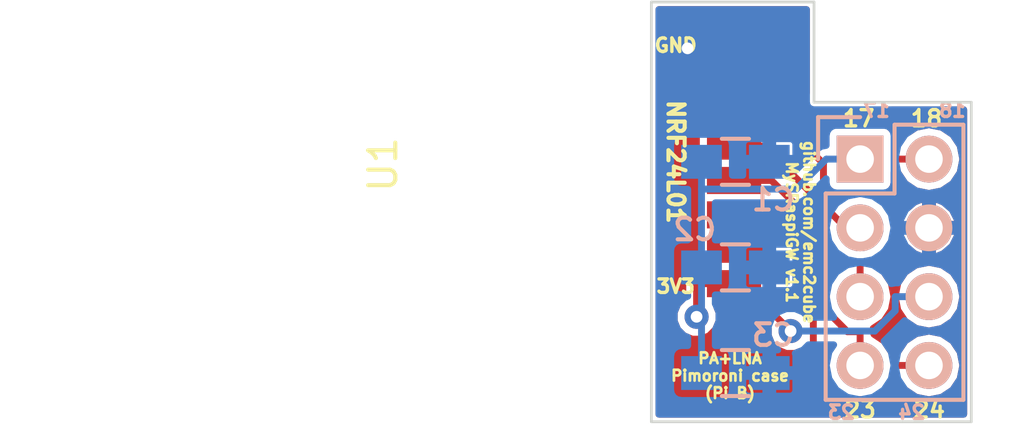
<source format=kicad_pcb>
(kicad_pcb (version 4) (host pcbnew 4.0.4-stable)

  (general
    (links 14)
    (no_connects 0)
    (area 53.349999 30.449999 65.250001 46.050001)
    (thickness 1.6002)
    (drawings 19)
    (tracks 77)
    (zones 0)
    (modules 5)
    (nets 9)
  )

  (page A4)
  (layers
    (0 Top signal)
    (31 Bottom signal)
    (32 B.Adhes user)
    (33 F.Adhes user)
    (34 B.Paste user)
    (35 F.Paste user)
    (36 B.SilkS user)
    (37 F.SilkS user)
    (38 B.Mask user)
    (39 F.Mask user)
    (40 Dwgs.User user)
    (41 Cmts.User user)
    (42 Eco1.User user)
    (43 Eco2.User user)
    (44 Edge.Cuts user)
    (45 Margin user)
    (46 B.CrtYd user)
    (47 F.CrtYd user)
    (48 B.Fab user)
    (49 F.Fab user)
  )

  (setup
    (last_trace_width 0.254)
    (trace_clearance 0.254)
    (zone_clearance 0.1016)
    (zone_45_only no)
    (trace_min 0.1524)
    (segment_width 0.2)
    (edge_width 0.1)
    (via_size 0.889)
    (via_drill 0.4318)
    (via_min_size 0.6858)
    (via_min_drill 0.3302)
    (uvia_size 0.762)
    (uvia_drill 0.508)
    (uvias_allowed no)
    (uvia_min_size 0)
    (uvia_min_drill 0)
    (pcb_text_width 0.3)
    (pcb_text_size 1.5 1.5)
    (mod_edge_width 0.15)
    (mod_text_size 1 1)
    (mod_text_width 0.15)
    (pad_size 1 2)
    (pad_drill 0)
    (pad_to_mask_clearance 0)
    (aux_axis_origin 0 0)
    (visible_elements FFFFFFFF)
    (pcbplotparams
      (layerselection 0x010f0_80000001)
      (usegerberextensions true)
      (excludeedgelayer true)
      (linewidth 0.100000)
      (plotframeref false)
      (viasonmask false)
      (mode 1)
      (useauxorigin false)
      (hpglpennumber 1)
      (hpglpenspeed 20)
      (hpglpendiameter 15)
      (hpglpenoverlay 2)
      (psnegative false)
      (psa4output false)
      (plotreference true)
      (plotvalue true)
      (plotinvisibletext false)
      (padsonsilk false)
      (subtractmaskfromsilk false)
      (outputformat 1)
      (mirror false)
      (drillshape 0)
      (scaleselection 1)
      (outputdirectory ""))
  )

  (net 0 "")
  (net 1 +3V3)
  (net 2 GND)
  (net 3 MOSI)
  (net 4 MISO)
  (net 5 CE)
  (net 6 SCK)
  (net 7 CSN)
  (net 8 IRQ)

  (net_class Default "Ceci est la Netclass par défaut"
    (clearance 0.254)
    (trace_width 0.254)
    (via_dia 0.889)
    (via_drill 0.4318)
    (uvia_dia 0.762)
    (uvia_drill 0.508)
    (add_net +3V3)
    (add_net CE)
    (add_net CSN)
    (add_net GND)
    (add_net IRQ)
    (add_net MISO)
    (add_net MOSI)
    (add_net SCK)
  )

  (net_class VCC ""
    (clearance 0.3048)
    (trace_width 0.508)
    (via_dia 1.143)
    (via_drill 0.635)
    (uvia_dia 0.762)
    (uvia_drill 0.508)
  )

  (module Capacitors_SMD:C_0805_HandSoldering (layer Bottom) (tedit 5779F7A3) (tstamp 573AD2DE)
    (at 56.5 36.4)
    (descr "Capacitor SMD 0805, hand soldering")
    (tags "capacitor 0805")
    (path /573AD2DF)
    (attr smd)
    (fp_text reference C1 (at 1.4 1.4) (layer B.SilkS)
      (effects (font (size 0.8 0.8) (thickness 0.15)) (justify mirror))
    )
    (fp_text value 0.1µF (at 0 0.1) (layer B.Fab)
      (effects (font (size 1 1) (thickness 0.15)) (justify mirror))
    )
    (fp_line (start -2.3 1) (end 2.3 1) (layer B.CrtYd) (width 0.05))
    (fp_line (start -2.3 -1) (end 2.3 -1) (layer B.CrtYd) (width 0.05))
    (fp_line (start -2.3 1) (end -2.3 -1) (layer B.CrtYd) (width 0.05))
    (fp_line (start 2.3 1) (end 2.3 -1) (layer B.CrtYd) (width 0.05))
    (fp_line (start 0.5 0.85) (end -0.5 0.85) (layer B.SilkS) (width 0.15))
    (fp_line (start -0.5 -0.85) (end 0.5 -0.85) (layer B.SilkS) (width 0.15))
    (pad 1 smd rect (at -1.25 0) (size 1.5 1.25) (layers Bottom B.Paste B.Mask)
      (net 1 +3V3))
    (pad 2 smd rect (at 1.25 0) (size 1.5 1.25) (layers Bottom B.Paste B.Mask)
      (net 2 GND))
    (model Capacitors_SMD.3dshapes/C_0805_HandSoldering.wrl
      (at (xyz 0 0 0))
      (scale (xyz 1 1 1))
      (rotate (xyz 0 0 0))
    )
  )

  (module Capacitors_SMD:C_0805_HandSoldering (layer Bottom) (tedit 5779F7A8) (tstamp 573AD2E4)
    (at 56.5 40.3)
    (descr "Capacitor SMD 0805, hand soldering")
    (tags "capacitor 0805")
    (path /5701C54D)
    (attr smd)
    (fp_text reference C2 (at -1.5 -1.4) (layer B.SilkS)
      (effects (font (size 0.8 0.8) (thickness 0.15)) (justify mirror))
    )
    (fp_text value 4.7µF (at 0 0.1) (layer B.Fab)
      (effects (font (size 1 1) (thickness 0.15)) (justify mirror))
    )
    (fp_line (start -2.3 1) (end 2.3 1) (layer B.CrtYd) (width 0.05))
    (fp_line (start -2.3 -1) (end 2.3 -1) (layer B.CrtYd) (width 0.05))
    (fp_line (start -2.3 1) (end -2.3 -1) (layer B.CrtYd) (width 0.05))
    (fp_line (start 2.3 1) (end 2.3 -1) (layer B.CrtYd) (width 0.05))
    (fp_line (start 0.5 0.85) (end -0.5 0.85) (layer B.SilkS) (width 0.15))
    (fp_line (start -0.5 -0.85) (end 0.5 -0.85) (layer B.SilkS) (width 0.15))
    (pad 1 smd rect (at -1.25 0) (size 1.5 1.25) (layers Bottom B.Paste B.Mask)
      (net 1 +3V3))
    (pad 2 smd rect (at 1.25 0) (size 1.5 1.25) (layers Bottom B.Paste B.Mask)
      (net 2 GND))
    (model Capacitors_SMD.3dshapes/C_0805_HandSoldering.wrl
      (at (xyz 0 0 0))
      (scale (xyz 1 1 1))
      (rotate (xyz 0 0 0))
    )
  )

  (module Capacitors_SMD:C_0805_HandSoldering (layer Bottom) (tedit 5779F7AF) (tstamp 573AD2EA)
    (at 56.5 44.2)
    (descr "Capacitor SMD 0805, hand soldering")
    (tags "capacitor 0805")
    (path /573AD311)
    (attr smd)
    (fp_text reference C3 (at 1.4 -1.4) (layer B.SilkS)
      (effects (font (size 0.8 0.8) (thickness 0.15)) (justify mirror))
    )
    (fp_text value 47µF (at -0.1 0.1) (layer B.Fab)
      (effects (font (size 1 1) (thickness 0.15)) (justify mirror))
    )
    (fp_line (start -2.3 1) (end 2.3 1) (layer B.CrtYd) (width 0.05))
    (fp_line (start -2.3 -1) (end 2.3 -1) (layer B.CrtYd) (width 0.05))
    (fp_line (start -2.3 1) (end -2.3 -1) (layer B.CrtYd) (width 0.05))
    (fp_line (start 2.3 1) (end 2.3 -1) (layer B.CrtYd) (width 0.05))
    (fp_line (start 0.5 0.85) (end -0.5 0.85) (layer B.SilkS) (width 0.15))
    (fp_line (start -0.5 -0.85) (end 0.5 -0.85) (layer B.SilkS) (width 0.15))
    (pad 1 smd rect (at -1.25 0) (size 1.5 1.25) (layers Bottom B.Paste B.Mask)
      (net 1 +3V3))
    (pad 2 smd rect (at 1.25 0) (size 1.5 1.25) (layers Bottom B.Paste B.Mask)
      (net 2 GND))
    (model Capacitors_SMD.3dshapes/C_0805_HandSoldering.wrl
      (at (xyz 0 0 0))
      (scale (xyz 1 1 1))
      (rotate (xyz 0 0 0))
    )
  )

  (module Socket_Strips:Socket_Strip_Straight_2x04 (layer Bottom) (tedit 5779F79F) (tstamp 574CBF27)
    (at 61.1 36.3 270)
    (descr "Through hole socket strip")
    (tags "socket strip")
    (path /573ACFFE)
    (fp_text reference P1 (at 0.1 0 360) (layer B.SilkS) hide
      (effects (font (size 1 1) (thickness 0.15)) (justify mirror))
    )
    (fp_text value CONN_02X04 (at 4 -5.2 270) (layer B.Fab)
      (effects (font (size 1 1) (thickness 0.15)) (justify mirror))
    )
    (fp_line (start -1.75 1.75) (end -1.75 -4.3) (layer B.CrtYd) (width 0.05))
    (fp_line (start 9.4 1.75) (end 9.4 -4.3) (layer B.CrtYd) (width 0.05))
    (fp_line (start -1.75 1.75) (end 9.4 1.75) (layer B.CrtYd) (width 0.05))
    (fp_line (start -1.75 -4.3) (end 9.4 -4.3) (layer B.CrtYd) (width 0.05))
    (fp_line (start 1.27 1.27) (end 8.89 1.27) (layer B.SilkS) (width 0.15))
    (fp_line (start 8.89 1.27) (end 8.89 -3.81) (layer B.SilkS) (width 0.15))
    (fp_line (start 8.89 -3.81) (end -1.27 -3.81) (layer B.SilkS) (width 0.15))
    (fp_line (start -1.27 -3.81) (end -1.27 -1.27) (layer B.SilkS) (width 0.15))
    (fp_line (start 0 1.55) (end -1.55 1.55) (layer B.SilkS) (width 0.15))
    (fp_line (start -1.27 -1.27) (end 1.27 -1.27) (layer B.SilkS) (width 0.15))
    (fp_line (start 1.27 -1.27) (end 1.27 1.27) (layer B.SilkS) (width 0.15))
    (fp_line (start -1.55 1.55) (end -1.55 0) (layer B.SilkS) (width 0.15))
    (pad 1 thru_hole rect (at 0 0 270) (size 1.7272 1.7272) (drill 1.016) (layers *.Cu *.Mask B.SilkS)
      (net 1 +3V3))
    (pad 2 thru_hole oval (at 0 -2.54 270) (size 1.7272 1.7272) (drill 1.016) (layers *.Cu *.Mask B.SilkS)
      (net 8 IRQ))
    (pad 3 thru_hole oval (at 2.54 0 270) (size 1.7272 1.7272) (drill 1.016) (layers *.Cu *.Mask B.SilkS)
      (net 3 MOSI))
    (pad 4 thru_hole oval (at 2.54 -2.54 270) (size 1.7272 1.7272) (drill 1.016) (layers *.Cu *.Mask B.SilkS)
      (net 2 GND))
    (pad 5 thru_hole oval (at 5.08 0 270) (size 1.7272 1.7272) (drill 1.016) (layers *.Cu *.Mask B.SilkS)
      (net 4 MISO))
    (pad 6 thru_hole oval (at 5.08 -2.54 270) (size 1.7272 1.7272) (drill 1.016) (layers *.Cu *.Mask B.SilkS)
      (net 5 CE))
    (pad 7 thru_hole oval (at 7.62 0 270) (size 1.7272 1.7272) (drill 1.016) (layers *.Cu *.Mask B.SilkS)
      (net 6 SCK))
    (pad 8 thru_hole oval (at 7.62 -2.54 270) (size 1.7272 1.7272) (drill 1.016) (layers *.Cu *.Mask B.SilkS)
      (net 7 CSN))
    (model Socket_Strips.3dshapes/Socket_Strip_Straight_2x04.wrl
      (at (xyz 0.15 -0.05 0))
      (scale (xyz 1 1 1))
      (rotate (xyz 0 0 180))
    )
  )

  (module mysensors_radios:NRF24L01_PA_LNA-SMD (layer Top) (tedit 577395AB) (tstamp 5765B8B9)
    (at 47.75 36.5 90)
    (path /56F8DB79)
    (fp_text reference U1 (at 0 -4.25 90) (layer F.SilkS)
      (effects (font (size 1 1) (thickness 0.15)))
    )
    (fp_text value NRF24L01 (at -5 -4 180) (layer F.Fab)
      (effects (font (size 0.8 0.8) (thickness 0.15)))
    )
    (fp_line (start -5.25 -17) (end 4.75 -17) (layer F.CrtYd) (width 0.5))
    (fp_line (start -6 8.7) (end -6 -18.3) (layer F.CrtYd) (width 0.15))
    (fp_line (start 6 -18.3) (end 6 8.7) (layer F.CrtYd) (width 0.15))
    (fp_line (start -6 -13.3) (end 6 -13.3) (layer F.CrtYd) (width 0.15))
    (fp_line (start 6 8.7) (end -6 8.7) (layer F.CrtYd) (width 0.15))
    (fp_line (start -6 -18.3) (end 6 -18.3) (layer F.CrtYd) (width 0.15))
    (pad 2 smd rect (at -4.4 8.7 90) (size 1 2) (layers Top F.Paste F.Mask)
      (net 1 +3V3))
    (pad 3 smd rect (at -3.13 8.7 90) (size 1 2) (layers Top F.Paste F.Mask)
      (net 5 CE))
    (pad 4 smd rect (at -1.86 8.7 90) (size 1 2) (layers Top F.Paste F.Mask)
      (net 7 CSN))
    (pad 5 smd rect (at -0.59 8.7 90) (size 1 2) (layers Top F.Paste F.Mask)
      (net 6 SCK))
    (pad 6 smd rect (at 0.68 8.7 90) (size 1 2) (layers Top F.Paste F.Mask)
      (net 3 MOSI))
    (pad 7 smd rect (at 1.95 8.7 90) (size 1 2) (layers Top F.Paste F.Mask)
      (net 4 MISO))
    (pad 8 smd rect (at 3.22 8.7 90) (size 1 2) (layers Top F.Paste F.Mask)
      (net 8 IRQ))
    (pad 1 smd rect (at 4.49 8.7 90) (size 1 2) (layers Top F.Paste F.Mask)
      (net 2 GND))
    (model ${MYSLOCAL}/mysensors.3dshapes/mysensors_radios.3dshapes/nrf24palnasmd.wrl
      (at (xyz -5.7625 2.9 0.03))
      (scale (xyz 0.395 0.395 0.395))
      (rotate (xyz 0 0 0))
    )
    (model LEDs.3dshapes/LED_0402.wrl
      (at (xyz -0.02 0.66 0.062))
      (scale (xyz 8 1.75 1))
      (rotate (xyz 0 0 180))
    )
    (model Housings_DFN_QFN.3dshapes/QFN-20-1EP_5x5mm_Pitch0.65mm.wrl
      (at (xyz -0.0275 -0.109 0.062))
      (scale (xyz 1 1 1))
      (rotate (xyz 0 0 0))
    )
    (model Housings_DFN_QFN.3dshapes/QFN-16-1EP_3x3mm_Pitch0.5mm.wrl
      (at (xyz -0.08 0.335 0.062))
      (scale (xyz 1 1 1))
      (rotate (xyz 0 0 0))
    )
  )

  (gr_text "github.com/emc2cube\nMySRaspiGW v1.1" (at 58.9 39 270) (layer F.SilkS)
    (effects (font (size 0.4 0.4) (thickness 0.1)))
  )
  (gr_line (start 59.4 30.5) (end 59.4 34.2) (angle 90) (layer Edge.Cuts) (width 0.1))
  (gr_line (start 53.4 30.5) (end 59.4 30.5) (angle 90) (layer Edge.Cuts) (width 0.1))
  (gr_line (start 53.4 46) (end 53.4 30.5) (angle 90) (layer Edge.Cuts) (width 0.1))
  (gr_line (start 65.2 46) (end 53.4 46) (angle 90) (layer Edge.Cuts) (width 0.1))
  (gr_line (start 65.2 34.2) (end 65.2 46) (angle 90) (layer Edge.Cuts) (width 0.1))
  (gr_line (start 59.4 34.2) (end 65.2 34.2) (angle 90) (layer Edge.Cuts) (width 0.1))
  (gr_text 3V3 (at 54.3 41) (layer F.SilkS)
    (effects (font (size 0.5 0.5) (thickness 0.125)))
  )
  (gr_text GND (at 54.3 32.1) (layer F.SilkS)
    (effects (font (size 0.5 0.5) (thickness 0.125)))
  )
  (gr_text "PA+LNA\nPimoroni case\n(Pi B)" (at 56.3 44.3) (layer F.SilkS)
    (effects (font (size 0.4 0.4) (thickness 0.1)))
  )
  (gr_text NRF24L01 (at 54.3 36.4 270) (layer F.SilkS)
    (effects (font (size 0.6 0.6) (thickness 0.15)))
  )
  (gr_text 23 (at 60.4 45.65) (layer B.SilkS)
    (effects (font (size 0.5 0.5) (thickness 0.125)) (justify mirror))
  )
  (gr_text 24 (at 63 45.65) (layer B.SilkS)
    (effects (font (size 0.5 0.5) (thickness 0.125)) (justify mirror))
  )
  (gr_text 18 (at 63.55 34.8) (layer F.SilkS)
    (effects (font (size 0.6 0.6) (thickness 0.125)))
  )
  (gr_text 17 (at 61.05 34.8) (layer F.SilkS)
    (effects (font (size 0.6 0.6) (thickness 0.125)))
  )
  (gr_text 23 (at 61.1 45.55) (layer F.SilkS)
    (effects (font (size 0.6 0.6) (thickness 0.125)))
  )
  (gr_text 24 (at 63.65 45.55) (layer F.SilkS)
    (effects (font (size 0.6 0.6) (thickness 0.125)))
  )
  (gr_text 18 (at 64.5 34.5) (layer B.SilkS)
    (effects (font (size 0.5 0.5) (thickness 0.125)) (justify mirror))
  )
  (gr_text 17 (at 61.7 34.5) (layer B.SilkS)
    (effects (font (size 0.5 0.5) (thickness 0.125)) (justify mirror))
  )

  (via (at 55.0687 42.1235) (size 0.889) (layers Top Bottom) (net 1))
  (segment (start 58.7488 37.4063) (end 55.25 37.4063) (width 0.254) (layer Bottom) (net 1))
  (segment (start 59.8551 36.3) (end 58.7488 37.4063) (width 0.254) (layer Bottom) (net 1))
  (segment (start 61.1 36.3) (end 59.8551 36.3) (width 0.254) (layer Bottom) (net 1))
  (segment (start 55.25 36.4) (end 55.25 37.4063) (width 0.254) (layer Bottom) (net 1))
  (segment (start 55.25 40.3) (end 55.25 37.4063) (width 0.254) (layer Bottom) (net 1))
  (segment (start 56.45 40.9) (end 55.0687 40.9) (width 0.254) (layer Top) (net 1))
  (segment (start 55.25 42.1235) (end 55.25 40.3) (width 0.254) (layer Bottom) (net 1))
  (segment (start 55.25 44.2) (end 55.25 42.1235) (width 0.254) (layer Bottom) (net 1))
  (segment (start 55.25 42.1235) (end 55.0687 42.1235) (width 0.254) (layer Bottom) (net 1))
  (segment (start 55.0687 40.9) (end 55.0687 42.1235) (width 0.254) (layer Top) (net 1))
  (via (at 54.7356 32.2105) (size 0.889) (layers Top Bottom) (net 2))
  (segment (start 57.75 40.3) (end 58.8813 40.3) (width 0.254) (layer Bottom) (net 2))
  (segment (start 63.64 38.84) (end 62.5222 38.84) (width 0.254) (layer Bottom) (net 2))
  (segment (start 57.75 36.4) (end 57.75 35.3937) (width 0.254) (layer Bottom) (net 2))
  (segment (start 59.0964 40.0849) (end 58.8813 40.3) (width 0.254) (layer Bottom) (net 2))
  (segment (start 61.6171 40.0849) (end 59.0964 40.0849) (width 0.254) (layer Bottom) (net 2))
  (segment (start 62.395 39.307) (end 61.6171 40.0849) (width 0.254) (layer Bottom) (net 2))
  (segment (start 62.395 38.84) (end 62.395 39.307) (width 0.254) (layer Bottom) (net 2))
  (segment (start 62.5222 38.84) (end 62.395 38.84) (width 0.254) (layer Bottom) (net 2))
  (segment (start 58.0887 35.055) (end 57.8344 35.3093) (width 0.254) (layer Bottom) (net 2))
  (segment (start 62.1319 35.055) (end 58.0887 35.055) (width 0.254) (layer Bottom) (net 2))
  (segment (start 62.395 35.3181) (end 62.1319 35.055) (width 0.254) (layer Bottom) (net 2))
  (segment (start 62.395 38.84) (end 62.395 35.3181) (width 0.254) (layer Bottom) (net 2))
  (segment (start 57.8344 35.3093) (end 57.75 35.3937) (width 0.254) (layer Bottom) (net 2))
  (segment (start 57.8344 35.3093) (end 54.7356 32.2105) (width 0.254) (layer Bottom) (net 2))
  (segment (start 54.9361 32.01) (end 54.7356 32.2105) (width 0.254) (layer Top) (net 2))
  (segment (start 56.45 32.01) (end 54.9361 32.01) (width 0.254) (layer Top) (net 2))
  (segment (start 57.7103 43.154) (end 57.75 43.1937) (width 0.254) (layer Bottom) (net 2))
  (segment (start 57.7103 41.346) (end 57.7103 43.154) (width 0.254) (layer Bottom) (net 2))
  (segment (start 57.75 41.3063) (end 57.7103 41.346) (width 0.254) (layer Bottom) (net 2))
  (segment (start 57.75 40.3) (end 57.75 41.3063) (width 0.254) (layer Bottom) (net 2))
  (segment (start 57.75 44.2) (end 57.75 43.1937) (width 0.254) (layer Bottom) (net 2))
  (segment (start 60.5762 38.84) (end 61.1 38.84) (width 0.254) (layer Top) (net 3))
  (segment (start 57.8313 36.0951) (end 60.5762 38.84) (width 0.254) (layer Top) (net 3))
  (segment (start 57.8313 35.82) (end 57.8313 36.0951) (width 0.254) (layer Top) (net 3))
  (segment (start 56.45 35.82) (end 57.8313 35.82) (width 0.254) (layer Top) (net 3))
  (segment (start 61.6158 40.1351) (end 61.1 40.1351) (width 0.254) (layer Top) (net 4))
  (segment (start 62.37 39.3809) (end 61.6158 40.1351) (width 0.254) (layer Top) (net 4))
  (segment (start 62.37 38.2745) (end 62.37 39.3809) (width 0.254) (layer Top) (net 4))
  (segment (start 61.6655 37.57) (end 62.37 38.2745) (width 0.254) (layer Top) (net 4))
  (segment (start 60.099 37.57) (end 61.6655 37.57) (width 0.254) (layer Top) (net 4))
  (segment (start 59.7478 37.2188) (end 60.099 37.57) (width 0.254) (layer Top) (net 4))
  (segment (start 59.7478 36.4665) (end 59.7478 37.2188) (width 0.254) (layer Top) (net 4))
  (segment (start 57.8313 34.55) (end 59.7478 36.4665) (width 0.254) (layer Top) (net 4))
  (segment (start 56.45 34.55) (end 57.8313 34.55) (width 0.254) (layer Top) (net 4))
  (segment (start 61.1 41.38) (end 61.1 40.1351) (width 0.254) (layer Top) (net 4))
  (via (at 58.5361 42.65) (size 0.889) (layers Top Bottom) (net 5))
  (segment (start 56.45 39.63) (end 57.8313 39.63) (width 0.254) (layer Top) (net 5))
  (segment (start 63.64 41.38) (end 62.3951 41.38) (width 0.254) (layer Bottom) (net 5))
  (segment (start 61.6409 42.65) (end 58.5361 42.65) (width 0.254) (layer Bottom) (net 5))
  (segment (start 62.3951 41.8958) (end 61.6409 42.65) (width 0.254) (layer Bottom) (net 5))
  (segment (start 62.3951 41.38) (end 62.3951 41.8958) (width 0.254) (layer Bottom) (net 5))
  (segment (start 57.8313 41.9452) (end 58.5361 42.65) (width 0.254) (layer Top) (net 5))
  (segment (start 57.8313 39.63) (end 57.8313 41.9452) (width 0.254) (layer Top) (net 5))
  (segment (start 60.6345 42.6751) (end 61.1 42.6751) (width 0.254) (layer Top) (net 6))
  (segment (start 59.8551 41.8957) (end 60.6345 42.6751) (width 0.254) (layer Top) (net 6))
  (segment (start 59.8551 39.1138) (end 59.8551 41.8957) (width 0.254) (layer Top) (net 6))
  (segment (start 57.8313 37.09) (end 59.8551 39.1138) (width 0.254) (layer Top) (net 6))
  (segment (start 56.45 37.09) (end 57.8313 37.09) (width 0.254) (layer Top) (net 6))
  (segment (start 61.1 43.92) (end 61.1 42.6751) (width 0.254) (layer Top) (net 6))
  (segment (start 56.45 38.36) (end 57.8313 38.36) (width 0.254) (layer Top) (net 7))
  (segment (start 63.64 43.92) (end 62.3951 43.92) (width 0.254) (layer Top) (net 7))
  (segment (start 62.3951 44.4358) (end 62.3951 43.92) (width 0.254) (layer Top) (net 7))
  (segment (start 61.6488 45.1821) (end 62.3951 44.4358) (width 0.254) (layer Top) (net 7))
  (segment (start 60.5598 45.1821) (end 61.6488 45.1821) (width 0.254) (layer Top) (net 7))
  (segment (start 59.3745 43.9968) (end 60.5598 45.1821) (width 0.254) (layer Top) (net 7))
  (segment (start 59.3745 42.1355) (end 59.3745 43.9968) (width 0.254) (layer Top) (net 7))
  (segment (start 59.3126 42.0736) (end 59.3745 42.1355) (width 0.254) (layer Top) (net 7))
  (segment (start 59.3126 39.8413) (end 59.3126 42.0736) (width 0.254) (layer Top) (net 7))
  (segment (start 57.8313 38.36) (end 59.3126 39.8413) (width 0.254) (layer Top) (net 7))
  (segment (start 62.3951 35.3285) (end 62.3951 36.3) (width 0.254) (layer Top) (net 8))
  (segment (start 61.658 34.5914) (end 62.3951 35.3285) (width 0.254) (layer Top) (net 8))
  (segment (start 59.1427 34.5914) (end 61.658 34.5914) (width 0.254) (layer Top) (net 8))
  (segment (start 57.8313 33.28) (end 59.1427 34.5914) (width 0.254) (layer Top) (net 8))
  (segment (start 56.45 33.28) (end 57.8313 33.28) (width 0.254) (layer Top) (net 8))
  (segment (start 63.64 36.3) (end 62.3951 36.3) (width 0.254) (layer Top) (net 8))

  (zone (net 2) (net_name GND) (layer Top) (tstamp 58C6C214) (hatch edge 0.508)
    (connect_pads (clearance 0.1016))
    (min_thickness 0.254)
    (fill yes (arc_segments 16) (thermal_gap 0.1016) (thermal_bridge_width 0.508))
    (polygon
      (pts
        (xy 59.3 34.3) (xy 65.1 34.3) (xy 65.1 45.9) (xy 53.5 45.9) (xy 53.5 30.6)
        (xy 59.3 30.6)
      )
    )
    (filled_polygon
      (pts
        (xy 59.1214 33.85168) (xy 58.19051 32.92079) (xy 58.025703 32.810669) (xy 57.837179 32.773169) (xy 57.811897 32.63881)
        (xy 57.728454 32.509135) (xy 57.6786 32.475071) (xy 57.6786 32.19415) (xy 57.62145 32.137) (xy 56.577 32.137)
        (xy 56.577 32.157) (xy 56.323 32.157) (xy 56.323 32.137) (xy 55.27855 32.137) (xy 55.2214 32.19415)
        (xy 55.2214 32.474349) (xy 55.179135 32.501546) (xy 55.092141 32.628866) (xy 55.061536 32.78) (xy 55.061536 33.78)
        (xy 55.087871 33.919955) (xy 55.061536 34.05) (xy 55.061536 35.05) (xy 55.087871 35.189955) (xy 55.061536 35.32)
        (xy 55.061536 36.32) (xy 55.087871 36.459955) (xy 55.061536 36.59) (xy 55.061536 37.59) (xy 55.087871 37.729955)
        (xy 55.061536 37.86) (xy 55.061536 38.86) (xy 55.087871 38.999955) (xy 55.061536 39.13) (xy 55.061536 40.13)
        (xy 55.087871 40.269955) (xy 55.062923 40.393149) (xy 54.874297 40.430669) (xy 54.70949 40.54079) (xy 54.599369 40.705597)
        (xy 54.5607 40.9) (xy 54.5607 41.464198) (xy 54.369283 41.655281) (xy 54.243343 41.958577) (xy 54.243057 42.286982)
        (xy 54.368467 42.590498) (xy 54.600481 42.822917) (xy 54.903777 42.948857) (xy 55.232182 42.949143) (xy 55.535698 42.823733)
        (xy 55.768117 42.591719) (xy 55.894057 42.288423) (xy 55.894343 41.960018) (xy 55.823458 41.788464) (xy 57.3233 41.788464)
        (xy 57.3233 41.9452) (xy 57.361969 42.139603) (xy 57.47209 42.30441) (xy 57.710693 42.543013) (xy 57.710457 42.813482)
        (xy 57.835867 43.116998) (xy 58.067881 43.349417) (xy 58.371177 43.475357) (xy 58.699582 43.475643) (xy 58.8665 43.406674)
        (xy 58.8665 43.9968) (xy 58.905169 44.191203) (xy 59.01529 44.35601) (xy 60.20059 45.54131) (xy 60.365396 45.651431)
        (xy 60.39765 45.657846) (xy 60.5598 45.6901) (xy 61.6488 45.6901) (xy 61.843203 45.651431) (xy 62.00801 45.54131)
        (xy 62.745891 44.80343) (xy 62.759935 44.824448) (xy 63.163712 45.094243) (xy 63.64 45.188983) (xy 64.116288 45.094243)
        (xy 64.520065 44.824448) (xy 64.78986 44.420671) (xy 64.8846 43.944383) (xy 64.8846 43.895617) (xy 64.78986 43.419329)
        (xy 64.520065 43.015552) (xy 64.116288 42.745757) (xy 63.64 42.651017) (xy 63.163712 42.745757) (xy 62.759935 43.015552)
        (xy 62.495037 43.412) (xy 62.3951 43.412) (xy 62.253986 43.440069) (xy 62.24986 43.419329) (xy 61.980065 43.015552)
        (xy 61.608 42.766946) (xy 61.608 42.6751) (xy 61.58306 42.549718) (xy 61.980065 42.284448) (xy 62.24986 41.880671)
        (xy 62.3446 41.404383) (xy 62.3446 41.355617) (xy 62.3954 41.355617) (xy 62.3954 41.404383) (xy 62.49014 41.880671)
        (xy 62.759935 42.284448) (xy 63.163712 42.554243) (xy 63.64 42.648983) (xy 64.116288 42.554243) (xy 64.520065 42.284448)
        (xy 64.78986 41.880671) (xy 64.8846 41.404383) (xy 64.8846 41.355617) (xy 64.78986 40.879329) (xy 64.520065 40.475552)
        (xy 64.116288 40.205757) (xy 63.64 40.111017) (xy 63.163712 40.205757) (xy 62.759935 40.475552) (xy 62.49014 40.879329)
        (xy 62.3954 41.355617) (xy 62.3446 41.355617) (xy 62.24986 40.879329) (xy 61.985554 40.483766) (xy 62.72921 39.74011)
        (xy 62.839331 39.575303) (xy 62.841135 39.566235) (xy 63.105114 39.792274) (xy 63.344865 39.891568) (xy 63.513 39.867229)
        (xy 63.513 38.967) (xy 63.767 38.967) (xy 63.767 39.867229) (xy 63.935135 39.891568) (xy 64.174886 39.792274)
        (xy 64.49859 39.515094) (xy 64.691581 39.135137) (xy 64.667654 38.967) (xy 63.767 38.967) (xy 63.513 38.967)
        (xy 63.493 38.967) (xy 63.493 38.713) (xy 63.513 38.713) (xy 63.513 37.812771) (xy 63.767 37.812771)
        (xy 63.767 38.713) (xy 64.667654 38.713) (xy 64.691581 38.544863) (xy 64.49859 38.164906) (xy 64.174886 37.887726)
        (xy 63.935135 37.788432) (xy 63.767 37.812771) (xy 63.513 37.812771) (xy 63.344865 37.788432) (xy 63.105114 37.887726)
        (xy 62.845316 38.110185) (xy 62.839331 38.080097) (xy 62.771422 37.978464) (xy 62.72921 37.915289) (xy 62.243196 37.429276)
        (xy 62.321459 37.314734) (xy 62.352064 37.1636) (xy 62.352064 36.79944) (xy 62.3951 36.808) (xy 62.495037 36.808)
        (xy 62.759935 37.204448) (xy 63.163712 37.474243) (xy 63.64 37.568983) (xy 64.116288 37.474243) (xy 64.520065 37.204448)
        (xy 64.78986 36.800671) (xy 64.8846 36.324383) (xy 64.8846 36.275617) (xy 64.78986 35.799329) (xy 64.520065 35.395552)
        (xy 64.116288 35.125757) (xy 63.64 35.031017) (xy 63.163712 35.125757) (xy 62.898077 35.303248) (xy 62.864431 35.134097)
        (xy 62.75431 34.96929) (xy 62.26362 34.4786) (xy 64.9214 34.4786) (xy 64.9214 45.7214) (xy 53.6786 45.7214)
        (xy 53.6786 31.464529) (xy 55.2214 31.464529) (xy 55.2214 31.82585) (xy 55.27855 31.883) (xy 56.323 31.883)
        (xy 56.323 31.33855) (xy 56.577 31.33855) (xy 56.577 31.883) (xy 57.62145 31.883) (xy 57.6786 31.82585)
        (xy 57.6786 31.464529) (xy 57.643798 31.380509) (xy 57.579492 31.316203) (xy 57.495472 31.2814) (xy 56.63415 31.2814)
        (xy 56.577 31.33855) (xy 56.323 31.33855) (xy 56.26585 31.2814) (xy 55.404528 31.2814) (xy 55.320508 31.316203)
        (xy 55.256202 31.380509) (xy 55.2214 31.464529) (xy 53.6786 31.464529) (xy 53.6786 30.7786) (xy 59.1214 30.7786)
      )
    )
  )
  (zone (net 2) (net_name GND) (layer Bottom) (tstamp 58C6C214) (hatch edge 0.508)
    (connect_pads (clearance 0.1016))
    (min_thickness 0.254)
    (fill yes (arc_segments 16) (thermal_gap 0.1016) (thermal_bridge_width 0.508))
    (polygon
      (pts
        (xy 59.3 34.3) (xy 65.1 34.3) (xy 65.1 45.9) (xy 53.5 45.9) (xy 53.5 30.6)
        (xy 59.3 30.6)
      )
    )
    (filled_polygon
      (pts
        (xy 59.1214 34.2) (xy 59.142607 34.306616) (xy 59.203 34.397) (xy 59.293384 34.457393) (xy 59.4 34.4786)
        (xy 64.9214 34.4786) (xy 64.9214 45.7214) (xy 53.6786 45.7214) (xy 53.6786 35.775) (xy 54.111536 35.775)
        (xy 54.111536 37.025) (xy 54.138103 37.16619) (xy 54.221546 37.295865) (xy 54.348866 37.382859) (xy 54.5 37.413464)
        (xy 54.742 37.413464) (xy 54.742 39.286536) (xy 54.5 39.286536) (xy 54.35881 39.313103) (xy 54.229135 39.396546)
        (xy 54.142141 39.523866) (xy 54.111536 39.675) (xy 54.111536 40.925) (xy 54.138103 41.06619) (xy 54.221546 41.195865)
        (xy 54.348866 41.282859) (xy 54.5 41.313464) (xy 54.742 41.313464) (xy 54.742 41.365297) (xy 54.601702 41.423267)
        (xy 54.369283 41.655281) (xy 54.243343 41.958577) (xy 54.243057 42.286982) (xy 54.368467 42.590498) (xy 54.600481 42.822917)
        (xy 54.742 42.881681) (xy 54.742 43.186536) (xy 54.5 43.186536) (xy 54.35881 43.213103) (xy 54.229135 43.296546)
        (xy 54.142141 43.423866) (xy 54.111536 43.575) (xy 54.111536 44.825) (xy 54.138103 44.96619) (xy 54.221546 45.095865)
        (xy 54.348866 45.182859) (xy 54.5 45.213464) (xy 56 45.213464) (xy 56.14119 45.186897) (xy 56.270865 45.103454)
        (xy 56.357859 44.976134) (xy 56.388464 44.825) (xy 56.388464 44.38415) (xy 56.7714 44.38415) (xy 56.7714 44.870472)
        (xy 56.806203 44.954492) (xy 56.870509 45.018798) (xy 56.954529 45.0536) (xy 57.56585 45.0536) (xy 57.623 44.99645)
        (xy 57.623 44.327) (xy 57.877 44.327) (xy 57.877 44.99645) (xy 57.93415 45.0536) (xy 58.545471 45.0536)
        (xy 58.629491 45.018798) (xy 58.693797 44.954492) (xy 58.7286 44.870472) (xy 58.7286 44.38415) (xy 58.67145 44.327)
        (xy 57.877 44.327) (xy 57.623 44.327) (xy 56.82855 44.327) (xy 56.7714 44.38415) (xy 56.388464 44.38415)
        (xy 56.388464 43.575) (xy 56.379908 43.529528) (xy 56.7714 43.529528) (xy 56.7714 44.01585) (xy 56.82855 44.073)
        (xy 57.623 44.073) (xy 57.623 43.40355) (xy 57.56585 43.3464) (xy 56.954529 43.3464) (xy 56.870509 43.381202)
        (xy 56.806203 43.445508) (xy 56.7714 43.529528) (xy 56.379908 43.529528) (xy 56.361897 43.43381) (xy 56.278454 43.304135)
        (xy 56.151134 43.217141) (xy 56 43.186536) (xy 55.758 43.186536) (xy 55.758 42.813482) (xy 57.710457 42.813482)
        (xy 57.835867 43.116998) (xy 58.064869 43.3464) (xy 57.93415 43.3464) (xy 57.877 43.40355) (xy 57.877 44.073)
        (xy 58.67145 44.073) (xy 58.7286 44.01585) (xy 58.7286 43.529528) (xy 58.705301 43.47328) (xy 59.003098 43.350233)
        (xy 59.195667 43.158) (xy 60.124754 43.158) (xy 59.95014 43.419329) (xy 59.8554 43.895617) (xy 59.8554 43.944383)
        (xy 59.95014 44.420671) (xy 60.219935 44.824448) (xy 60.623712 45.094243) (xy 61.1 45.188983) (xy 61.576288 45.094243)
        (xy 61.980065 44.824448) (xy 62.24986 44.420671) (xy 62.3446 43.944383) (xy 62.3446 43.895617) (xy 62.3954 43.895617)
        (xy 62.3954 43.944383) (xy 62.49014 44.420671) (xy 62.759935 44.824448) (xy 63.163712 45.094243) (xy 63.64 45.188983)
        (xy 64.116288 45.094243) (xy 64.520065 44.824448) (xy 64.78986 44.420671) (xy 64.8846 43.944383) (xy 64.8846 43.895617)
        (xy 64.78986 43.419329) (xy 64.520065 43.015552) (xy 64.116288 42.745757) (xy 63.64 42.651017) (xy 63.163712 42.745757)
        (xy 62.759935 43.015552) (xy 62.49014 43.419329) (xy 62.3954 43.895617) (xy 62.3446 43.895617) (xy 62.24986 43.419329)
        (xy 61.983322 43.020427) (xy 62.00011 43.00921) (xy 62.745891 42.263429) (xy 62.759935 42.284448) (xy 63.163712 42.554243)
        (xy 63.64 42.648983) (xy 64.116288 42.554243) (xy 64.520065 42.284448) (xy 64.78986 41.880671) (xy 64.8846 41.404383)
        (xy 64.8846 41.355617) (xy 64.78986 40.879329) (xy 64.520065 40.475552) (xy 64.116288 40.205757) (xy 63.64 40.111017)
        (xy 63.163712 40.205757) (xy 62.759935 40.475552) (xy 62.495037 40.872) (xy 62.3951 40.872) (xy 62.253986 40.900069)
        (xy 62.24986 40.879329) (xy 61.980065 40.475552) (xy 61.576288 40.205757) (xy 61.1 40.111017) (xy 60.623712 40.205757)
        (xy 60.219935 40.475552) (xy 59.95014 40.879329) (xy 59.8554 41.355617) (xy 59.8554 41.404383) (xy 59.95014 41.880671)
        (xy 60.124754 42.142) (xy 59.195402 42.142) (xy 59.004319 41.950583) (xy 58.701023 41.824643) (xy 58.372618 41.824357)
        (xy 58.069102 41.949767) (xy 57.836683 42.181781) (xy 57.710743 42.485077) (xy 57.710457 42.813482) (xy 55.758 42.813482)
        (xy 55.758 42.601818) (xy 55.768117 42.591719) (xy 55.894057 42.288423) (xy 55.894343 41.960018) (xy 55.768933 41.656502)
        (xy 55.758 41.64555) (xy 55.758 41.313464) (xy 56 41.313464) (xy 56.14119 41.286897) (xy 56.270865 41.203454)
        (xy 56.357859 41.076134) (xy 56.388464 40.925) (xy 56.388464 40.48415) (xy 56.7714 40.48415) (xy 56.7714 40.970472)
        (xy 56.806203 41.054492) (xy 56.870509 41.118798) (xy 56.954529 41.1536) (xy 57.56585 41.1536) (xy 57.623 41.09645)
        (xy 57.623 40.427) (xy 57.877 40.427) (xy 57.877 41.09645) (xy 57.93415 41.1536) (xy 58.545471 41.1536)
        (xy 58.629491 41.118798) (xy 58.693797 41.054492) (xy 58.7286 40.970472) (xy 58.7286 40.48415) (xy 58.67145 40.427)
        (xy 57.877 40.427) (xy 57.623 40.427) (xy 56.82855 40.427) (xy 56.7714 40.48415) (xy 56.388464 40.48415)
        (xy 56.388464 39.675) (xy 56.379908 39.629528) (xy 56.7714 39.629528) (xy 56.7714 40.11585) (xy 56.82855 40.173)
        (xy 57.623 40.173) (xy 57.623 39.50355) (xy 57.877 39.50355) (xy 57.877 40.173) (xy 58.67145 40.173)
        (xy 58.7286 40.11585) (xy 58.7286 39.629528) (xy 58.693797 39.545508) (xy 58.629491 39.481202) (xy 58.545471 39.4464)
        (xy 57.93415 39.4464) (xy 57.877 39.50355) (xy 57.623 39.50355) (xy 57.56585 39.4464) (xy 56.954529 39.4464)
        (xy 56.870509 39.481202) (xy 56.806203 39.545508) (xy 56.7714 39.629528) (xy 56.379908 39.629528) (xy 56.361897 39.53381)
        (xy 56.278454 39.404135) (xy 56.151134 39.317141) (xy 56 39.286536) (xy 55.758 39.286536) (xy 55.758 38.815617)
        (xy 59.8554 38.815617) (xy 59.8554 38.864383) (xy 59.95014 39.340671) (xy 60.219935 39.744448) (xy 60.623712 40.014243)
        (xy 61.1 40.108983) (xy 61.576288 40.014243) (xy 61.980065 39.744448) (xy 62.24986 39.340671) (xy 62.290743 39.135137)
        (xy 62.588419 39.135137) (xy 62.78141 39.515094) (xy 63.105114 39.792274) (xy 63.344865 39.891568) (xy 63.513 39.867229)
        (xy 63.513 38.967) (xy 63.767 38.967) (xy 63.767 39.867229) (xy 63.935135 39.891568) (xy 64.174886 39.792274)
        (xy 64.49859 39.515094) (xy 64.691581 39.135137) (xy 64.667654 38.967) (xy 63.767 38.967) (xy 63.513 38.967)
        (xy 62.612346 38.967) (xy 62.588419 39.135137) (xy 62.290743 39.135137) (xy 62.3446 38.864383) (xy 62.3446 38.815617)
        (xy 62.290744 38.544863) (xy 62.588419 38.544863) (xy 62.612346 38.713) (xy 63.513 38.713) (xy 63.513 37.812771)
        (xy 63.767 37.812771) (xy 63.767 38.713) (xy 64.667654 38.713) (xy 64.691581 38.544863) (xy 64.49859 38.164906)
        (xy 64.174886 37.887726) (xy 63.935135 37.788432) (xy 63.767 37.812771) (xy 63.513 37.812771) (xy 63.344865 37.788432)
        (xy 63.105114 37.887726) (xy 62.78141 38.164906) (xy 62.588419 38.544863) (xy 62.290744 38.544863) (xy 62.24986 38.339329)
        (xy 61.980065 37.935552) (xy 61.576288 37.665757) (xy 61.1 37.571017) (xy 60.623712 37.665757) (xy 60.219935 37.935552)
        (xy 59.95014 38.339329) (xy 59.8554 38.815617) (xy 55.758 38.815617) (xy 55.758 37.9143) (xy 58.7488 37.9143)
        (xy 58.943203 37.875631) (xy 59.10801 37.76551) (xy 59.847936 37.025585) (xy 59.847936 37.1636) (xy 59.874503 37.30479)
        (xy 59.957946 37.434465) (xy 60.085266 37.521459) (xy 60.2364 37.552064) (xy 61.9636 37.552064) (xy 62.10479 37.525497)
        (xy 62.234465 37.442054) (xy 62.321459 37.314734) (xy 62.352064 37.1636) (xy 62.352064 36.275617) (xy 62.3954 36.275617)
        (xy 62.3954 36.324383) (xy 62.49014 36.800671) (xy 62.759935 37.204448) (xy 63.163712 37.474243) (xy 63.64 37.568983)
        (xy 64.116288 37.474243) (xy 64.520065 37.204448) (xy 64.78986 36.800671) (xy 64.8846 36.324383) (xy 64.8846 36.275617)
        (xy 64.78986 35.799329) (xy 64.520065 35.395552) (xy 64.116288 35.125757) (xy 63.64 35.031017) (xy 63.163712 35.125757)
        (xy 62.759935 35.395552) (xy 62.49014 35.799329) (xy 62.3954 36.275617) (xy 62.352064 36.275617) (xy 62.352064 35.4364)
        (xy 62.325497 35.29521) (xy 62.242054 35.165535) (xy 62.114734 35.078541) (xy 61.9636 35.047936) (xy 60.2364 35.047936)
        (xy 60.09521 35.074503) (xy 59.965535 35.157946) (xy 59.878541 35.285266) (xy 59.847936 35.4364) (xy 59.847936 35.793425)
        (xy 59.660697 35.830669) (xy 59.660695 35.83067) (xy 59.660696 35.83067) (xy 59.495889 35.94079) (xy 58.7286 36.70808)
        (xy 58.7286 36.58415) (xy 58.67145 36.527) (xy 57.877 36.527) (xy 57.877 36.547) (xy 57.623 36.547)
        (xy 57.623 36.527) (xy 56.82855 36.527) (xy 56.7714 36.58415) (xy 56.7714 36.8983) (xy 56.388464 36.8983)
        (xy 56.388464 35.775) (xy 56.379908 35.729528) (xy 56.7714 35.729528) (xy 56.7714 36.21585) (xy 56.82855 36.273)
        (xy 57.623 36.273) (xy 57.623 35.60355) (xy 57.877 35.60355) (xy 57.877 36.273) (xy 58.67145 36.273)
        (xy 58.7286 36.21585) (xy 58.7286 35.729528) (xy 58.693797 35.645508) (xy 58.629491 35.581202) (xy 58.545471 35.5464)
        (xy 57.93415 35.5464) (xy 57.877 35.60355) (xy 57.623 35.60355) (xy 57.56585 35.5464) (xy 56.954529 35.5464)
        (xy 56.870509 35.581202) (xy 56.806203 35.645508) (xy 56.7714 35.729528) (xy 56.379908 35.729528) (xy 56.361897 35.63381)
        (xy 56.278454 35.504135) (xy 56.151134 35.417141) (xy 56 35.386536) (xy 54.5 35.386536) (xy 54.35881 35.413103)
        (xy 54.229135 35.496546) (xy 54.142141 35.623866) (xy 54.111536 35.775) (xy 53.6786 35.775) (xy 53.6786 30.7786)
        (xy 59.1214 30.7786)
      )
    )
  )
)

</source>
